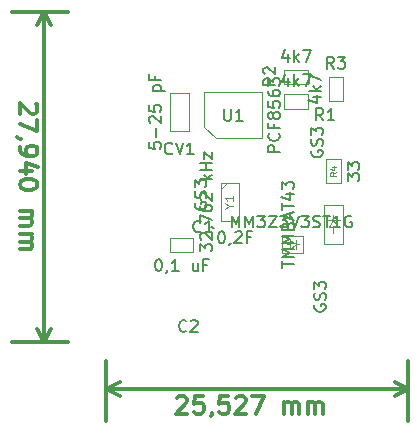
<source format=gbr>
G04 #@! TF.FileFunction,Other,Fab,Top*
%FSLAX46Y46*%
G04 Gerber Fmt 4.6, Leading zero omitted, Abs format (unit mm)*
G04 Created by KiCad (PCBNEW 4.0.6) date 08/13/17 19:50:12*
%MOMM*%
%LPD*%
G01*
G04 APERTURE LIST*
%ADD10C,0.100000*%
%ADD11C,0.300000*%
%ADD12C,0.150000*%
%ADD13C,0.105000*%
%ADD14C,0.075000*%
G04 APERTURE END LIST*
D10*
D11*
X104611571Y-97366915D02*
X104683000Y-97438344D01*
X104754429Y-97581201D01*
X104754429Y-97938344D01*
X104683000Y-98081201D01*
X104611571Y-98152630D01*
X104468714Y-98224058D01*
X104325857Y-98224058D01*
X104111571Y-98152630D01*
X103254429Y-97295487D01*
X103254429Y-98224058D01*
X104754429Y-98724058D02*
X104754429Y-99724058D01*
X103254429Y-99081201D01*
X103325857Y-100366914D02*
X103254429Y-100366914D01*
X103111571Y-100295486D01*
X103040143Y-100224057D01*
X103254429Y-101081200D02*
X103254429Y-101366915D01*
X103325857Y-101509772D01*
X103397286Y-101581200D01*
X103611571Y-101724058D01*
X103897286Y-101795486D01*
X104468714Y-101795486D01*
X104611571Y-101724058D01*
X104683000Y-101652629D01*
X104754429Y-101509772D01*
X104754429Y-101224058D01*
X104683000Y-101081200D01*
X104611571Y-101009772D01*
X104468714Y-100938343D01*
X104111571Y-100938343D01*
X103968714Y-101009772D01*
X103897286Y-101081200D01*
X103825857Y-101224058D01*
X103825857Y-101509772D01*
X103897286Y-101652629D01*
X103968714Y-101724058D01*
X104111571Y-101795486D01*
X104254429Y-103081200D02*
X103254429Y-103081200D01*
X104825857Y-102724057D02*
X103754429Y-102366914D01*
X103754429Y-103295486D01*
X104754429Y-104152628D02*
X104754429Y-104295485D01*
X104683000Y-104438342D01*
X104611571Y-104509771D01*
X104468714Y-104581200D01*
X104183000Y-104652628D01*
X103825857Y-104652628D01*
X103540143Y-104581200D01*
X103397286Y-104509771D01*
X103325857Y-104438342D01*
X103254429Y-104295485D01*
X103254429Y-104152628D01*
X103325857Y-104009771D01*
X103397286Y-103938342D01*
X103540143Y-103866914D01*
X103825857Y-103795485D01*
X104183000Y-103795485D01*
X104468714Y-103866914D01*
X104611571Y-103938342D01*
X104683000Y-104009771D01*
X104754429Y-104152628D01*
X103254429Y-106438342D02*
X104254429Y-106438342D01*
X104111571Y-106438342D02*
X104183000Y-106509770D01*
X104254429Y-106652628D01*
X104254429Y-106866913D01*
X104183000Y-107009770D01*
X104040143Y-107081199D01*
X103254429Y-107081199D01*
X104040143Y-107081199D02*
X104183000Y-107152628D01*
X104254429Y-107295485D01*
X104254429Y-107509770D01*
X104183000Y-107652628D01*
X104040143Y-107724056D01*
X103254429Y-107724056D01*
X103254429Y-108438342D02*
X104254429Y-108438342D01*
X104111571Y-108438342D02*
X104183000Y-108509770D01*
X104254429Y-108652628D01*
X104254429Y-108866913D01*
X104183000Y-109009770D01*
X104040143Y-109081199D01*
X103254429Y-109081199D01*
X104040143Y-109081199D02*
X104183000Y-109152628D01*
X104254429Y-109295485D01*
X104254429Y-109509770D01*
X104183000Y-109652628D01*
X104040143Y-109724056D01*
X103254429Y-109724056D01*
X105283000Y-89611200D02*
X105283000Y-117551200D01*
X107315000Y-89611200D02*
X102583000Y-89611200D01*
X107315000Y-117551200D02*
X102583000Y-117551200D01*
X105283000Y-117551200D02*
X104696579Y-116424696D01*
X105283000Y-117551200D02*
X105869421Y-116424696D01*
X105283000Y-89611200D02*
X104696579Y-90737704D01*
X105283000Y-89611200D02*
X105869421Y-90737704D01*
X116569315Y-122257429D02*
X116640744Y-122186000D01*
X116783601Y-122114571D01*
X117140744Y-122114571D01*
X117283601Y-122186000D01*
X117355030Y-122257429D01*
X117426458Y-122400286D01*
X117426458Y-122543143D01*
X117355030Y-122757429D01*
X116497887Y-123614571D01*
X117426458Y-123614571D01*
X118783601Y-122114571D02*
X118069315Y-122114571D01*
X117997886Y-122828857D01*
X118069315Y-122757429D01*
X118212172Y-122686000D01*
X118569315Y-122686000D01*
X118712172Y-122757429D01*
X118783601Y-122828857D01*
X118855029Y-122971714D01*
X118855029Y-123328857D01*
X118783601Y-123471714D01*
X118712172Y-123543143D01*
X118569315Y-123614571D01*
X118212172Y-123614571D01*
X118069315Y-123543143D01*
X117997886Y-123471714D01*
X119569314Y-123543143D02*
X119569314Y-123614571D01*
X119497886Y-123757429D01*
X119426457Y-123828857D01*
X120926458Y-122114571D02*
X120212172Y-122114571D01*
X120140743Y-122828857D01*
X120212172Y-122757429D01*
X120355029Y-122686000D01*
X120712172Y-122686000D01*
X120855029Y-122757429D01*
X120926458Y-122828857D01*
X120997886Y-122971714D01*
X120997886Y-123328857D01*
X120926458Y-123471714D01*
X120855029Y-123543143D01*
X120712172Y-123614571D01*
X120355029Y-123614571D01*
X120212172Y-123543143D01*
X120140743Y-123471714D01*
X121569314Y-122257429D02*
X121640743Y-122186000D01*
X121783600Y-122114571D01*
X122140743Y-122114571D01*
X122283600Y-122186000D01*
X122355029Y-122257429D01*
X122426457Y-122400286D01*
X122426457Y-122543143D01*
X122355029Y-122757429D01*
X121497886Y-123614571D01*
X122426457Y-123614571D01*
X122926457Y-122114571D02*
X123926457Y-122114571D01*
X123283600Y-123614571D01*
X125640742Y-123614571D02*
X125640742Y-122614571D01*
X125640742Y-122757429D02*
X125712170Y-122686000D01*
X125855028Y-122614571D01*
X126069313Y-122614571D01*
X126212170Y-122686000D01*
X126283599Y-122828857D01*
X126283599Y-123614571D01*
X126283599Y-122828857D02*
X126355028Y-122686000D01*
X126497885Y-122614571D01*
X126712170Y-122614571D01*
X126855028Y-122686000D01*
X126926456Y-122828857D01*
X126926456Y-123614571D01*
X127640742Y-123614571D02*
X127640742Y-122614571D01*
X127640742Y-122757429D02*
X127712170Y-122686000D01*
X127855028Y-122614571D01*
X128069313Y-122614571D01*
X128212170Y-122686000D01*
X128283599Y-122828857D01*
X128283599Y-123614571D01*
X128283599Y-122828857D02*
X128355028Y-122686000D01*
X128497885Y-122614571D01*
X128712170Y-122614571D01*
X128855028Y-122686000D01*
X128926456Y-122828857D01*
X128926456Y-123614571D01*
X136118600Y-121538999D02*
X110591600Y-121538999D01*
X136118600Y-119126000D02*
X136118600Y-124238999D01*
X110591600Y-119126000D02*
X110591600Y-124238999D01*
X110591600Y-121538999D02*
X111718104Y-120952578D01*
X110591600Y-121538999D02*
X111718104Y-122125420D01*
X136118600Y-121538999D02*
X134992096Y-120952578D01*
X136118600Y-121538999D02*
X134992096Y-122125420D01*
D10*
X121781000Y-104089400D02*
X120281000Y-104089400D01*
X120281000Y-104089400D02*
X120281000Y-107289400D01*
X120281000Y-107289400D02*
X121781000Y-107289400D01*
X121781000Y-107289400D02*
X121781000Y-104089400D01*
X120781000Y-104089400D02*
X120281000Y-104589400D01*
X130619400Y-109219000D02*
X129019400Y-109219000D01*
X129019400Y-109219000D02*
X129019400Y-105919000D01*
X129019400Y-105919000D02*
X130619400Y-105919000D01*
X130619400Y-105919000D02*
X130619400Y-109219000D01*
X129819400Y-107819000D02*
X129819400Y-108319000D01*
X129419400Y-107819000D02*
X129819400Y-107219000D01*
X130219400Y-107819000D02*
X129419400Y-107819000D01*
X129819400Y-107219000D02*
X130219400Y-107819000D01*
X129819400Y-107219000D02*
X129269400Y-107219000D01*
X129819400Y-107219000D02*
X130369400Y-107219000D01*
X129819400Y-106819000D02*
X129819400Y-107219000D01*
X118885800Y-99324200D02*
X118885800Y-96424200D01*
X118885800Y-96424200D02*
X123785800Y-96424200D01*
X123785800Y-96424200D02*
X123785800Y-100324200D01*
X123785800Y-100324200D02*
X119885800Y-100324200D01*
X119885800Y-100324200D02*
X118885800Y-99324200D01*
X129402600Y-95139000D02*
X130642600Y-95139000D01*
X129402600Y-97139000D02*
X129402600Y-95139000D01*
X130642600Y-97139000D02*
X129402600Y-97139000D01*
X130642600Y-95139000D02*
X130642600Y-97139000D01*
X115967000Y-109967000D02*
X115967000Y-108727000D01*
X117967000Y-109967000D02*
X115967000Y-109967000D01*
X117967000Y-108727000D02*
X117967000Y-109967000D01*
X115967000Y-108727000D02*
X117967000Y-108727000D01*
X127669800Y-96585800D02*
X127669800Y-97825800D01*
X125669800Y-96585800D02*
X127669800Y-96585800D01*
X125669800Y-97825800D02*
X125669800Y-96585800D01*
X127669800Y-97825800D02*
X125669800Y-97825800D01*
X127669800Y-94503000D02*
X127669800Y-95743000D01*
X125669800Y-94503000D02*
X127669800Y-94503000D01*
X125669800Y-95743000D02*
X125669800Y-94503000D01*
X127669800Y-95743000D02*
X125669800Y-95743000D01*
X115963800Y-96469400D02*
X117563800Y-96469400D01*
X115963800Y-99669400D02*
X115963800Y-96469400D01*
X117563800Y-99669400D02*
X115963800Y-99669400D01*
X117563800Y-96469400D02*
X117563800Y-99669400D01*
X126165000Y-109296200D02*
X125915000Y-109296200D01*
X126165000Y-108946200D02*
X126665000Y-109296200D01*
X126165000Y-109646200D02*
X126165000Y-108946200D01*
X126665000Y-109296200D02*
X126165000Y-109646200D01*
X126665000Y-109296200D02*
X126865000Y-109296200D01*
X126665000Y-109646200D02*
X126665000Y-108946200D01*
X127265000Y-108596200D02*
X127265000Y-109996200D01*
X125465000Y-108596200D02*
X127265000Y-108596200D01*
X125465000Y-109996200D02*
X125465000Y-108596200D01*
X127265000Y-109996200D02*
X125465000Y-109996200D01*
X130439400Y-104098600D02*
X129199400Y-104098600D01*
X130439400Y-102098600D02*
X130439400Y-104098600D01*
X129199400Y-102098600D02*
X130439400Y-102098600D01*
X129199400Y-104098600D02*
X129199400Y-102098600D01*
D12*
X127969800Y-101350676D02*
X127922181Y-101445914D01*
X127922181Y-101588771D01*
X127969800Y-101731629D01*
X128065038Y-101826867D01*
X128160276Y-101874486D01*
X128350752Y-101922105D01*
X128493610Y-101922105D01*
X128684086Y-101874486D01*
X128779324Y-101826867D01*
X128874562Y-101731629D01*
X128922181Y-101588771D01*
X128922181Y-101493533D01*
X128874562Y-101350676D01*
X128826943Y-101303057D01*
X128493610Y-101303057D01*
X128493610Y-101493533D01*
X128874562Y-100922105D02*
X128922181Y-100779248D01*
X128922181Y-100541152D01*
X128874562Y-100445914D01*
X128826943Y-100398295D01*
X128731705Y-100350676D01*
X128636467Y-100350676D01*
X128541229Y-100398295D01*
X128493610Y-100445914D01*
X128445990Y-100541152D01*
X128398371Y-100731629D01*
X128350752Y-100826867D01*
X128303133Y-100874486D01*
X128207895Y-100922105D01*
X128112657Y-100922105D01*
X128017419Y-100874486D01*
X127969800Y-100826867D01*
X127922181Y-100731629D01*
X127922181Y-100493533D01*
X127969800Y-100350676D01*
X127922181Y-100017343D02*
X127922181Y-99398295D01*
X128303133Y-99731629D01*
X128303133Y-99588771D01*
X128350752Y-99493533D01*
X128398371Y-99445914D01*
X128493610Y-99398295D01*
X128731705Y-99398295D01*
X128826943Y-99445914D01*
X128874562Y-99493533D01*
X128922181Y-99588771D01*
X128922181Y-99874486D01*
X128874562Y-99969724D01*
X128826943Y-100017343D01*
X118533381Y-109879876D02*
X118533381Y-109260828D01*
X118914333Y-109594162D01*
X118914333Y-109451304D01*
X118961952Y-109356066D01*
X119009571Y-109308447D01*
X119104810Y-109260828D01*
X119342905Y-109260828D01*
X119438143Y-109308447D01*
X119485762Y-109356066D01*
X119533381Y-109451304D01*
X119533381Y-109737019D01*
X119485762Y-109832257D01*
X119438143Y-109879876D01*
X118628619Y-108879876D02*
X118581000Y-108832257D01*
X118533381Y-108737019D01*
X118533381Y-108498923D01*
X118581000Y-108403685D01*
X118628619Y-108356066D01*
X118723857Y-108308447D01*
X118819095Y-108308447D01*
X118961952Y-108356066D01*
X119533381Y-108927495D01*
X119533381Y-108308447D01*
X119485762Y-107832257D02*
X119533381Y-107832257D01*
X119628619Y-107879876D01*
X119676238Y-107927495D01*
X118533381Y-107498924D02*
X118533381Y-106832257D01*
X119533381Y-107260829D01*
X118533381Y-106022733D02*
X118533381Y-106213210D01*
X118581000Y-106308448D01*
X118628619Y-106356067D01*
X118771476Y-106451305D01*
X118961952Y-106498924D01*
X119342905Y-106498924D01*
X119438143Y-106451305D01*
X119485762Y-106403686D01*
X119533381Y-106308448D01*
X119533381Y-106117971D01*
X119485762Y-106022733D01*
X119438143Y-105975114D01*
X119342905Y-105927495D01*
X119104810Y-105927495D01*
X119009571Y-105975114D01*
X118961952Y-106022733D01*
X118914333Y-106117971D01*
X118914333Y-106308448D01*
X118961952Y-106403686D01*
X119009571Y-106451305D01*
X119104810Y-106498924D01*
X118628619Y-105546543D02*
X118581000Y-105498924D01*
X118533381Y-105403686D01*
X118533381Y-105165590D01*
X118581000Y-105070352D01*
X118628619Y-105022733D01*
X118723857Y-104975114D01*
X118819095Y-104975114D01*
X118961952Y-105022733D01*
X119533381Y-105594162D01*
X119533381Y-104975114D01*
X119533381Y-103784638D02*
X118533381Y-103784638D01*
X119152429Y-103689400D02*
X119533381Y-103403685D01*
X118866714Y-103403685D02*
X119247667Y-103784638D01*
X119533381Y-102975114D02*
X118533381Y-102975114D01*
X119009571Y-102975114D02*
X119009571Y-102403685D01*
X119533381Y-102403685D02*
X118533381Y-102403685D01*
X118866714Y-102022733D02*
X118866714Y-101498923D01*
X119533381Y-102022733D01*
X119533381Y-101498923D01*
D13*
X121014333Y-106022733D02*
X121347667Y-106022733D01*
X120647667Y-106256066D02*
X121014333Y-106022733D01*
X120647667Y-105789400D01*
X121347667Y-105189400D02*
X121347667Y-105589400D01*
X121347667Y-105389400D02*
X120647667Y-105389400D01*
X120747667Y-105456066D01*
X120814333Y-105522733D01*
X120847667Y-105589400D01*
D12*
X125461781Y-111259476D02*
X125461781Y-110688047D01*
X126461781Y-110973762D02*
X125461781Y-110973762D01*
X126461781Y-110354714D02*
X125461781Y-110354714D01*
X126176067Y-110021380D01*
X125461781Y-109688047D01*
X126461781Y-109688047D01*
X126461781Y-109211857D02*
X125461781Y-109211857D01*
X126176067Y-108878523D01*
X125461781Y-108545190D01*
X126461781Y-108545190D01*
X125937971Y-107735666D02*
X125985590Y-107592809D01*
X126033210Y-107545190D01*
X126128448Y-107497571D01*
X126271305Y-107497571D01*
X126366543Y-107545190D01*
X126414162Y-107592809D01*
X126461781Y-107688047D01*
X126461781Y-108069000D01*
X125461781Y-108069000D01*
X125461781Y-107735666D01*
X125509400Y-107640428D01*
X125557019Y-107592809D01*
X125652257Y-107545190D01*
X125747495Y-107545190D01*
X125842733Y-107592809D01*
X125890352Y-107640428D01*
X125937971Y-107735666D01*
X125937971Y-108069000D01*
X126176067Y-107116619D02*
X126176067Y-106640428D01*
X126461781Y-107211857D02*
X125461781Y-106878524D01*
X126461781Y-106545190D01*
X125461781Y-106354714D02*
X125461781Y-105783285D01*
X126461781Y-106069000D02*
X125461781Y-106069000D01*
X125795114Y-105021380D02*
X126461781Y-105021380D01*
X125414162Y-105259476D02*
X126128448Y-105497571D01*
X126128448Y-104878523D01*
X125461781Y-104592809D02*
X125461781Y-103973761D01*
X125842733Y-104307095D01*
X125842733Y-104164237D01*
X125890352Y-104068999D01*
X125937971Y-104021380D01*
X126033210Y-103973761D01*
X126271305Y-103973761D01*
X126366543Y-104021380D01*
X126414162Y-104068999D01*
X126461781Y-104164237D01*
X126461781Y-104449952D01*
X126414162Y-104545190D01*
X126366543Y-104592809D01*
X125288181Y-101469438D02*
X124288181Y-101469438D01*
X124288181Y-101088485D01*
X124335800Y-100993247D01*
X124383419Y-100945628D01*
X124478657Y-100898009D01*
X124621514Y-100898009D01*
X124716752Y-100945628D01*
X124764371Y-100993247D01*
X124811990Y-101088485D01*
X124811990Y-101469438D01*
X125192943Y-99898009D02*
X125240562Y-99945628D01*
X125288181Y-100088485D01*
X125288181Y-100183723D01*
X125240562Y-100326581D01*
X125145324Y-100421819D01*
X125050086Y-100469438D01*
X124859610Y-100517057D01*
X124716752Y-100517057D01*
X124526276Y-100469438D01*
X124431038Y-100421819D01*
X124335800Y-100326581D01*
X124288181Y-100183723D01*
X124288181Y-100088485D01*
X124335800Y-99945628D01*
X124383419Y-99898009D01*
X124764371Y-99136104D02*
X124764371Y-99469438D01*
X125288181Y-99469438D02*
X124288181Y-99469438D01*
X124288181Y-98993247D01*
X124716752Y-98469438D02*
X124669133Y-98564676D01*
X124621514Y-98612295D01*
X124526276Y-98659914D01*
X124478657Y-98659914D01*
X124383419Y-98612295D01*
X124335800Y-98564676D01*
X124288181Y-98469438D01*
X124288181Y-98278961D01*
X124335800Y-98183723D01*
X124383419Y-98136104D01*
X124478657Y-98088485D01*
X124526276Y-98088485D01*
X124621514Y-98136104D01*
X124669133Y-98183723D01*
X124716752Y-98278961D01*
X124716752Y-98469438D01*
X124764371Y-98564676D01*
X124811990Y-98612295D01*
X124907229Y-98659914D01*
X125097705Y-98659914D01*
X125192943Y-98612295D01*
X125240562Y-98564676D01*
X125288181Y-98469438D01*
X125288181Y-98278961D01*
X125240562Y-98183723D01*
X125192943Y-98136104D01*
X125097705Y-98088485D01*
X124907229Y-98088485D01*
X124811990Y-98136104D01*
X124764371Y-98183723D01*
X124716752Y-98278961D01*
X124288181Y-97183723D02*
X124288181Y-97659914D01*
X124764371Y-97707533D01*
X124716752Y-97659914D01*
X124669133Y-97564676D01*
X124669133Y-97326580D01*
X124716752Y-97231342D01*
X124764371Y-97183723D01*
X124859610Y-97136104D01*
X125097705Y-97136104D01*
X125192943Y-97183723D01*
X125240562Y-97231342D01*
X125288181Y-97326580D01*
X125288181Y-97564676D01*
X125240562Y-97659914D01*
X125192943Y-97707533D01*
X124288181Y-96278961D02*
X124288181Y-96469438D01*
X124335800Y-96564676D01*
X124383419Y-96612295D01*
X124526276Y-96707533D01*
X124716752Y-96755152D01*
X125097705Y-96755152D01*
X125192943Y-96707533D01*
X125240562Y-96659914D01*
X125288181Y-96564676D01*
X125288181Y-96374199D01*
X125240562Y-96278961D01*
X125192943Y-96231342D01*
X125097705Y-96183723D01*
X124859610Y-96183723D01*
X124764371Y-96231342D01*
X124716752Y-96278961D01*
X124669133Y-96374199D01*
X124669133Y-96564676D01*
X124716752Y-96659914D01*
X124764371Y-96707533D01*
X124859610Y-96755152D01*
X124288181Y-95850390D02*
X124288181Y-95231342D01*
X124669133Y-95564676D01*
X124669133Y-95421818D01*
X124716752Y-95326580D01*
X124764371Y-95278961D01*
X124859610Y-95231342D01*
X125097705Y-95231342D01*
X125192943Y-95278961D01*
X125240562Y-95326580D01*
X125288181Y-95421818D01*
X125288181Y-95707533D01*
X125240562Y-95802771D01*
X125192943Y-95850390D01*
X120573895Y-97826581D02*
X120573895Y-98636105D01*
X120621514Y-98731343D01*
X120669133Y-98778962D01*
X120764371Y-98826581D01*
X120954848Y-98826581D01*
X121050086Y-98778962D01*
X121097705Y-98731343D01*
X121145324Y-98636105D01*
X121145324Y-97826581D01*
X122145324Y-98826581D02*
X121573895Y-98826581D01*
X121859609Y-98826581D02*
X121859609Y-97826581D01*
X121764371Y-97969438D01*
X121669133Y-98064676D01*
X121573895Y-98112295D01*
X128058314Y-96829476D02*
X128724981Y-96829476D01*
X127677362Y-97067572D02*
X128391648Y-97305667D01*
X128391648Y-96686619D01*
X128724981Y-96305667D02*
X127724981Y-96305667D01*
X128344029Y-96210429D02*
X128724981Y-95924714D01*
X128058314Y-95924714D02*
X128439267Y-96305667D01*
X127724981Y-95591381D02*
X127724981Y-94924714D01*
X128724981Y-95353286D01*
X129855934Y-94406981D02*
X129522600Y-93930790D01*
X129284505Y-94406981D02*
X129284505Y-93406981D01*
X129665458Y-93406981D01*
X129760696Y-93454600D01*
X129808315Y-93502219D01*
X129855934Y-93597457D01*
X129855934Y-93740314D01*
X129808315Y-93835552D01*
X129760696Y-93883171D01*
X129665458Y-93930790D01*
X129284505Y-93930790D01*
X130189267Y-93406981D02*
X130808315Y-93406981D01*
X130474981Y-93787933D01*
X130617839Y-93787933D01*
X130713077Y-93835552D01*
X130760696Y-93883171D01*
X130808315Y-93978410D01*
X130808315Y-94216505D01*
X130760696Y-94311743D01*
X130713077Y-94359362D01*
X130617839Y-94406981D01*
X130332124Y-94406981D01*
X130236886Y-94359362D01*
X130189267Y-94311743D01*
X114943190Y-110549381D02*
X115038429Y-110549381D01*
X115133667Y-110597000D01*
X115181286Y-110644619D01*
X115228905Y-110739857D01*
X115276524Y-110930333D01*
X115276524Y-111168429D01*
X115228905Y-111358905D01*
X115181286Y-111454143D01*
X115133667Y-111501762D01*
X115038429Y-111549381D01*
X114943190Y-111549381D01*
X114847952Y-111501762D01*
X114800333Y-111454143D01*
X114752714Y-111358905D01*
X114705095Y-111168429D01*
X114705095Y-110930333D01*
X114752714Y-110739857D01*
X114800333Y-110644619D01*
X114847952Y-110597000D01*
X114943190Y-110549381D01*
X115752714Y-111501762D02*
X115752714Y-111549381D01*
X115705095Y-111644619D01*
X115657476Y-111692238D01*
X116705095Y-111549381D02*
X116133666Y-111549381D01*
X116419380Y-111549381D02*
X116419380Y-110549381D01*
X116324142Y-110692238D01*
X116228904Y-110787476D01*
X116133666Y-110835095D01*
X118324143Y-110882714D02*
X118324143Y-111549381D01*
X117895571Y-110882714D02*
X117895571Y-111406524D01*
X117943190Y-111501762D01*
X118038428Y-111549381D01*
X118181286Y-111549381D01*
X118276524Y-111501762D01*
X118324143Y-111454143D01*
X119133667Y-111025571D02*
X118800333Y-111025571D01*
X118800333Y-111549381D02*
X118800333Y-110549381D01*
X119276524Y-110549381D01*
X118578334Y-108180143D02*
X118530715Y-108227762D01*
X118387858Y-108275381D01*
X118292620Y-108275381D01*
X118149762Y-108227762D01*
X118054524Y-108132524D01*
X118006905Y-108037286D01*
X117959286Y-107846810D01*
X117959286Y-107703952D01*
X118006905Y-107513476D01*
X118054524Y-107418238D01*
X118149762Y-107323000D01*
X118292620Y-107275381D01*
X118387858Y-107275381D01*
X118530715Y-107323000D01*
X118578334Y-107370619D01*
X119530715Y-108275381D02*
X118959286Y-108275381D01*
X119245000Y-108275381D02*
X119245000Y-107275381D01*
X119149762Y-107418238D01*
X119054524Y-107513476D01*
X118959286Y-107561095D01*
X128230600Y-114406276D02*
X128182981Y-114501514D01*
X128182981Y-114644371D01*
X128230600Y-114787229D01*
X128325838Y-114882467D01*
X128421076Y-114930086D01*
X128611552Y-114977705D01*
X128754410Y-114977705D01*
X128944886Y-114930086D01*
X129040124Y-114882467D01*
X129135362Y-114787229D01*
X129182981Y-114644371D01*
X129182981Y-114549133D01*
X129135362Y-114406276D01*
X129087743Y-114358657D01*
X128754410Y-114358657D01*
X128754410Y-114549133D01*
X129135362Y-113977705D02*
X129182981Y-113834848D01*
X129182981Y-113596752D01*
X129135362Y-113501514D01*
X129087743Y-113453895D01*
X128992505Y-113406276D01*
X128897267Y-113406276D01*
X128802029Y-113453895D01*
X128754410Y-113501514D01*
X128706790Y-113596752D01*
X128659171Y-113787229D01*
X128611552Y-113882467D01*
X128563933Y-113930086D01*
X128468695Y-113977705D01*
X128373457Y-113977705D01*
X128278219Y-113930086D01*
X128230600Y-113882467D01*
X128182981Y-113787229D01*
X128182981Y-113549133D01*
X128230600Y-113406276D01*
X128182981Y-113072943D02*
X128182981Y-112453895D01*
X128563933Y-112787229D01*
X128563933Y-112644371D01*
X128611552Y-112549133D01*
X128659171Y-112501514D01*
X128754410Y-112453895D01*
X128992505Y-112453895D01*
X129087743Y-112501514D01*
X129135362Y-112549133D01*
X129182981Y-112644371D01*
X129182981Y-112930086D01*
X129135362Y-113025324D01*
X129087743Y-113072943D01*
X127969800Y-101350676D02*
X127922181Y-101445914D01*
X127922181Y-101588771D01*
X127969800Y-101731629D01*
X128065038Y-101826867D01*
X128160276Y-101874486D01*
X128350752Y-101922105D01*
X128493610Y-101922105D01*
X128684086Y-101874486D01*
X128779324Y-101826867D01*
X128874562Y-101731629D01*
X128922181Y-101588771D01*
X128922181Y-101493533D01*
X128874562Y-101350676D01*
X128826943Y-101303057D01*
X128493610Y-101303057D01*
X128493610Y-101493533D01*
X128874562Y-100922105D02*
X128922181Y-100779248D01*
X128922181Y-100541152D01*
X128874562Y-100445914D01*
X128826943Y-100398295D01*
X128731705Y-100350676D01*
X128636467Y-100350676D01*
X128541229Y-100398295D01*
X128493610Y-100445914D01*
X128445990Y-100541152D01*
X128398371Y-100731629D01*
X128350752Y-100826867D01*
X128303133Y-100874486D01*
X128207895Y-100922105D01*
X128112657Y-100922105D01*
X128017419Y-100874486D01*
X127969800Y-100826867D01*
X127922181Y-100731629D01*
X127922181Y-100493533D01*
X127969800Y-100350676D01*
X127922181Y-100017343D02*
X127922181Y-99398295D01*
X128303133Y-99731629D01*
X128303133Y-99588771D01*
X128350752Y-99493533D01*
X128398371Y-99445914D01*
X128493610Y-99398295D01*
X128731705Y-99398295D01*
X128826943Y-99445914D01*
X128874562Y-99493533D01*
X128922181Y-99588771D01*
X128922181Y-99874486D01*
X128874562Y-99969724D01*
X128826943Y-100017343D01*
X118114600Y-105770276D02*
X118066981Y-105865514D01*
X118066981Y-106008371D01*
X118114600Y-106151229D01*
X118209838Y-106246467D01*
X118305076Y-106294086D01*
X118495552Y-106341705D01*
X118638410Y-106341705D01*
X118828886Y-106294086D01*
X118924124Y-106246467D01*
X119019362Y-106151229D01*
X119066981Y-106008371D01*
X119066981Y-105913133D01*
X119019362Y-105770276D01*
X118971743Y-105722657D01*
X118638410Y-105722657D01*
X118638410Y-105913133D01*
X119019362Y-105341705D02*
X119066981Y-105198848D01*
X119066981Y-104960752D01*
X119019362Y-104865514D01*
X118971743Y-104817895D01*
X118876505Y-104770276D01*
X118781267Y-104770276D01*
X118686029Y-104817895D01*
X118638410Y-104865514D01*
X118590790Y-104960752D01*
X118543171Y-105151229D01*
X118495552Y-105246467D01*
X118447933Y-105294086D01*
X118352695Y-105341705D01*
X118257457Y-105341705D01*
X118162219Y-105294086D01*
X118114600Y-105246467D01*
X118066981Y-105151229D01*
X118066981Y-104913133D01*
X118114600Y-104770276D01*
X118066981Y-104436943D02*
X118066981Y-103817895D01*
X118447933Y-104151229D01*
X118447933Y-104008371D01*
X118495552Y-103913133D01*
X118543171Y-103865514D01*
X118638410Y-103817895D01*
X118876505Y-103817895D01*
X118971743Y-103865514D01*
X119019362Y-103913133D01*
X119066981Y-104008371D01*
X119066981Y-104294086D01*
X119019362Y-104389324D01*
X118971743Y-104436943D01*
X125979324Y-95241514D02*
X125979324Y-95908181D01*
X125741228Y-94860562D02*
X125503133Y-95574848D01*
X126122181Y-95574848D01*
X126503133Y-95908181D02*
X126503133Y-94908181D01*
X126598371Y-95527229D02*
X126884086Y-95908181D01*
X126884086Y-95241514D02*
X126503133Y-95622467D01*
X127217419Y-94908181D02*
X127884086Y-94908181D01*
X127455514Y-95908181D01*
X128941534Y-98775781D02*
X128608200Y-98299590D01*
X128370105Y-98775781D02*
X128370105Y-97775781D01*
X128751058Y-97775781D01*
X128846296Y-97823400D01*
X128893915Y-97871019D01*
X128941534Y-97966257D01*
X128941534Y-98109114D01*
X128893915Y-98204352D01*
X128846296Y-98251971D01*
X128751058Y-98299590D01*
X128370105Y-98299590D01*
X129893915Y-98775781D02*
X129322486Y-98775781D01*
X129608200Y-98775781D02*
X129608200Y-97775781D01*
X129512962Y-97918638D01*
X129417724Y-98013876D01*
X129322486Y-98061495D01*
X125979324Y-93158714D02*
X125979324Y-93825381D01*
X125741228Y-92777762D02*
X125503133Y-93492048D01*
X126122181Y-93492048D01*
X126503133Y-93825381D02*
X126503133Y-92825381D01*
X126598371Y-93444429D02*
X126884086Y-93825381D01*
X126884086Y-93158714D02*
X126503133Y-93539667D01*
X127217419Y-92825381D02*
X127884086Y-92825381D01*
X127455514Y-93825381D01*
X124886981Y-95238866D02*
X124410790Y-95572200D01*
X124886981Y-95810295D02*
X123886981Y-95810295D01*
X123886981Y-95429342D01*
X123934600Y-95334104D01*
X123982219Y-95286485D01*
X124077457Y-95238866D01*
X124220314Y-95238866D01*
X124315552Y-95286485D01*
X124363171Y-95334104D01*
X124410790Y-95429342D01*
X124410790Y-95810295D01*
X123982219Y-94857914D02*
X123934600Y-94810295D01*
X123886981Y-94715057D01*
X123886981Y-94476961D01*
X123934600Y-94381723D01*
X123982219Y-94334104D01*
X124077457Y-94286485D01*
X124172695Y-94286485D01*
X124315552Y-94334104D01*
X124886981Y-94905533D01*
X124886981Y-94286485D01*
X114216181Y-100664638D02*
X114216181Y-101140829D01*
X114692371Y-101188448D01*
X114644752Y-101140829D01*
X114597133Y-101045591D01*
X114597133Y-100807495D01*
X114644752Y-100712257D01*
X114692371Y-100664638D01*
X114787610Y-100617019D01*
X115025705Y-100617019D01*
X115120943Y-100664638D01*
X115168562Y-100712257D01*
X115216181Y-100807495D01*
X115216181Y-101045591D01*
X115168562Y-101140829D01*
X115120943Y-101188448D01*
X114835229Y-100188448D02*
X114835229Y-99426543D01*
X114311419Y-98997972D02*
X114263800Y-98950353D01*
X114216181Y-98855115D01*
X114216181Y-98617019D01*
X114263800Y-98521781D01*
X114311419Y-98474162D01*
X114406657Y-98426543D01*
X114501895Y-98426543D01*
X114644752Y-98474162D01*
X115216181Y-99045591D01*
X115216181Y-98426543D01*
X114216181Y-97521781D02*
X114216181Y-97997972D01*
X114692371Y-98045591D01*
X114644752Y-97997972D01*
X114597133Y-97902734D01*
X114597133Y-97664638D01*
X114644752Y-97569400D01*
X114692371Y-97521781D01*
X114787610Y-97474162D01*
X115025705Y-97474162D01*
X115120943Y-97521781D01*
X115168562Y-97569400D01*
X115216181Y-97664638D01*
X115216181Y-97902734D01*
X115168562Y-97997972D01*
X115120943Y-98045591D01*
X114549514Y-96283686D02*
X115549514Y-96283686D01*
X114597133Y-96283686D02*
X114549514Y-96188448D01*
X114549514Y-95997971D01*
X114597133Y-95902733D01*
X114644752Y-95855114D01*
X114739990Y-95807495D01*
X115025705Y-95807495D01*
X115120943Y-95855114D01*
X115168562Y-95902733D01*
X115216181Y-95997971D01*
X115216181Y-96188448D01*
X115168562Y-96283686D01*
X114692371Y-95045590D02*
X114692371Y-95378924D01*
X115216181Y-95378924D02*
X114216181Y-95378924D01*
X114216181Y-94902733D01*
X116168562Y-101576143D02*
X116120943Y-101623762D01*
X115978086Y-101671381D01*
X115882848Y-101671381D01*
X115739990Y-101623762D01*
X115644752Y-101528524D01*
X115597133Y-101433286D01*
X115549514Y-101242810D01*
X115549514Y-101099952D01*
X115597133Y-100909476D01*
X115644752Y-100814238D01*
X115739990Y-100719000D01*
X115882848Y-100671381D01*
X115978086Y-100671381D01*
X116120943Y-100719000D01*
X116168562Y-100766619D01*
X116454276Y-100671381D02*
X116787609Y-101671381D01*
X117120943Y-100671381D01*
X117978086Y-101671381D02*
X117406657Y-101671381D01*
X117692371Y-101671381D02*
X117692371Y-100671381D01*
X117597133Y-100814238D01*
X117501895Y-100909476D01*
X117406657Y-100957095D01*
X120297724Y-108190981D02*
X120392963Y-108190981D01*
X120488201Y-108238600D01*
X120535820Y-108286219D01*
X120583439Y-108381457D01*
X120631058Y-108571933D01*
X120631058Y-108810029D01*
X120583439Y-109000505D01*
X120535820Y-109095743D01*
X120488201Y-109143362D01*
X120392963Y-109190981D01*
X120297724Y-109190981D01*
X120202486Y-109143362D01*
X120154867Y-109095743D01*
X120107248Y-109000505D01*
X120059629Y-108810029D01*
X120059629Y-108571933D01*
X120107248Y-108381457D01*
X120154867Y-108286219D01*
X120202486Y-108238600D01*
X120297724Y-108190981D01*
X121107248Y-109143362D02*
X121107248Y-109190981D01*
X121059629Y-109286219D01*
X121012010Y-109333838D01*
X121488200Y-108286219D02*
X121535819Y-108238600D01*
X121631057Y-108190981D01*
X121869153Y-108190981D01*
X121964391Y-108238600D01*
X122012010Y-108286219D01*
X122059629Y-108381457D01*
X122059629Y-108476695D01*
X122012010Y-108619552D01*
X121440581Y-109190981D01*
X122059629Y-109190981D01*
X122821534Y-108667171D02*
X122488200Y-108667171D01*
X122488200Y-109190981D02*
X122488200Y-108190981D01*
X122964391Y-108190981D01*
X117359134Y-116612943D02*
X117311515Y-116660562D01*
X117168658Y-116708181D01*
X117073420Y-116708181D01*
X116930562Y-116660562D01*
X116835324Y-116565324D01*
X116787705Y-116470086D01*
X116740086Y-116279610D01*
X116740086Y-116136752D01*
X116787705Y-115946276D01*
X116835324Y-115851038D01*
X116930562Y-115755800D01*
X117073420Y-115708181D01*
X117168658Y-115708181D01*
X117311515Y-115755800D01*
X117359134Y-115803419D01*
X117740086Y-115803419D02*
X117787705Y-115755800D01*
X117882943Y-115708181D01*
X118121039Y-115708181D01*
X118216277Y-115755800D01*
X118263896Y-115803419D01*
X118311515Y-115898657D01*
X118311515Y-115993895D01*
X118263896Y-116136752D01*
X117692467Y-116708181D01*
X118311515Y-116708181D01*
X121193571Y-107848581D02*
X121193571Y-106848581D01*
X121526905Y-107562867D01*
X121860238Y-106848581D01*
X121860238Y-107848581D01*
X122336428Y-107848581D02*
X122336428Y-106848581D01*
X122669762Y-107562867D01*
X123003095Y-106848581D01*
X123003095Y-107848581D01*
X123384047Y-106848581D02*
X124003095Y-106848581D01*
X123669761Y-107229533D01*
X123812619Y-107229533D01*
X123907857Y-107277152D01*
X123955476Y-107324771D01*
X124003095Y-107420010D01*
X124003095Y-107658105D01*
X123955476Y-107753343D01*
X123907857Y-107800962D01*
X123812619Y-107848581D01*
X123526904Y-107848581D01*
X123431666Y-107800962D01*
X123384047Y-107753343D01*
X124336428Y-106848581D02*
X125003095Y-106848581D01*
X124336428Y-107848581D01*
X125003095Y-107848581D01*
X125288809Y-106848581D02*
X125907857Y-106848581D01*
X125574523Y-107229533D01*
X125717381Y-107229533D01*
X125812619Y-107277152D01*
X125860238Y-107324771D01*
X125907857Y-107420010D01*
X125907857Y-107658105D01*
X125860238Y-107753343D01*
X125812619Y-107800962D01*
X125717381Y-107848581D01*
X125431666Y-107848581D01*
X125336428Y-107800962D01*
X125288809Y-107753343D01*
X126193571Y-106848581D02*
X126526904Y-107848581D01*
X126860238Y-106848581D01*
X127098333Y-106848581D02*
X127717381Y-106848581D01*
X127384047Y-107229533D01*
X127526905Y-107229533D01*
X127622143Y-107277152D01*
X127669762Y-107324771D01*
X127717381Y-107420010D01*
X127717381Y-107658105D01*
X127669762Y-107753343D01*
X127622143Y-107800962D01*
X127526905Y-107848581D01*
X127241190Y-107848581D01*
X127145952Y-107800962D01*
X127098333Y-107753343D01*
X128098333Y-107800962D02*
X128241190Y-107848581D01*
X128479286Y-107848581D01*
X128574524Y-107800962D01*
X128622143Y-107753343D01*
X128669762Y-107658105D01*
X128669762Y-107562867D01*
X128622143Y-107467629D01*
X128574524Y-107420010D01*
X128479286Y-107372390D01*
X128288809Y-107324771D01*
X128193571Y-107277152D01*
X128145952Y-107229533D01*
X128098333Y-107134295D01*
X128098333Y-107039057D01*
X128145952Y-106943819D01*
X128193571Y-106896200D01*
X128288809Y-106848581D01*
X128526905Y-106848581D01*
X128669762Y-106896200D01*
X128955476Y-106848581D02*
X129526905Y-106848581D01*
X129241190Y-107848581D02*
X129241190Y-106848581D01*
X130384048Y-107848581D02*
X129812619Y-107848581D01*
X130098333Y-107848581D02*
X130098333Y-106848581D01*
X130003095Y-106991438D01*
X129907857Y-107086676D01*
X129812619Y-107134295D01*
X131336429Y-106896200D02*
X131241191Y-106848581D01*
X131098334Y-106848581D01*
X130955476Y-106896200D01*
X130860238Y-106991438D01*
X130812619Y-107086676D01*
X130765000Y-107277152D01*
X130765000Y-107420010D01*
X130812619Y-107610486D01*
X130860238Y-107705724D01*
X130955476Y-107800962D01*
X131098334Y-107848581D01*
X131193572Y-107848581D01*
X131336429Y-107800962D01*
X131384048Y-107753343D01*
X131384048Y-107420010D01*
X131193572Y-107420010D01*
X131021781Y-103908124D02*
X131021781Y-103289076D01*
X131402733Y-103622410D01*
X131402733Y-103479552D01*
X131450352Y-103384314D01*
X131497971Y-103336695D01*
X131593210Y-103289076D01*
X131831305Y-103289076D01*
X131926543Y-103336695D01*
X131974162Y-103384314D01*
X132021781Y-103479552D01*
X132021781Y-103765267D01*
X131974162Y-103860505D01*
X131926543Y-103908124D01*
X131021781Y-102955743D02*
X131021781Y-102336695D01*
X131402733Y-102670029D01*
X131402733Y-102527171D01*
X131450352Y-102431933D01*
X131497971Y-102384314D01*
X131593210Y-102336695D01*
X131831305Y-102336695D01*
X131926543Y-102384314D01*
X131974162Y-102431933D01*
X132021781Y-102527171D01*
X132021781Y-102812886D01*
X131974162Y-102908124D01*
X131926543Y-102955743D01*
D14*
X130045590Y-103181933D02*
X129807495Y-103348600D01*
X130045590Y-103467647D02*
X129545590Y-103467647D01*
X129545590Y-103277171D01*
X129569400Y-103229552D01*
X129593210Y-103205743D01*
X129640829Y-103181933D01*
X129712257Y-103181933D01*
X129759876Y-103205743D01*
X129783686Y-103229552D01*
X129807495Y-103277171D01*
X129807495Y-103467647D01*
X129712257Y-102753362D02*
X130045590Y-102753362D01*
X129521781Y-102872409D02*
X129878924Y-102991457D01*
X129878924Y-102681933D01*
M02*

</source>
